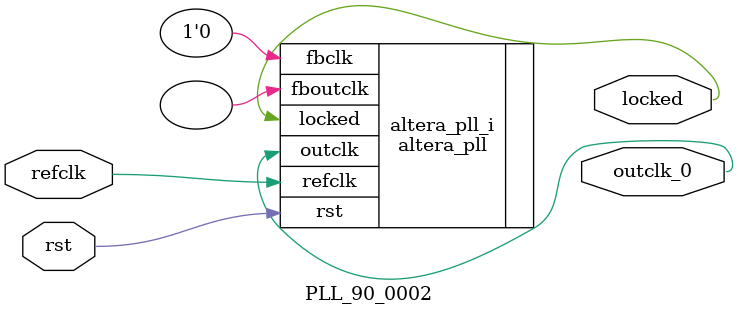
<source format=v>
`timescale 1ns/10ps
module  PLL_90_0002(

	// interface 'refclk'
	input wire refclk,

	// interface 'reset'
	input wire rst,

	// interface 'outclk0'
	output wire outclk_0,

	// interface 'locked'
	output wire locked
);

	altera_pll #(
		.fractional_vco_multiplier("false"),
		.reference_clock_frequency("50.0 MHz"),
		.operation_mode("direct"),
		.number_of_clocks(1),
		.output_clock_frequency0("90.000000 MHz"),
		.phase_shift0("0 ps"),
		.duty_cycle0(50),
		.output_clock_frequency1("0 MHz"),
		.phase_shift1("0 ps"),
		.duty_cycle1(50),
		.output_clock_frequency2("0 MHz"),
		.phase_shift2("0 ps"),
		.duty_cycle2(50),
		.output_clock_frequency3("0 MHz"),
		.phase_shift3("0 ps"),
		.duty_cycle3(50),
		.output_clock_frequency4("0 MHz"),
		.phase_shift4("0 ps"),
		.duty_cycle4(50),
		.output_clock_frequency5("0 MHz"),
		.phase_shift5("0 ps"),
		.duty_cycle5(50),
		.output_clock_frequency6("0 MHz"),
		.phase_shift6("0 ps"),
		.duty_cycle6(50),
		.output_clock_frequency7("0 MHz"),
		.phase_shift7("0 ps"),
		.duty_cycle7(50),
		.output_clock_frequency8("0 MHz"),
		.phase_shift8("0 ps"),
		.duty_cycle8(50),
		.output_clock_frequency9("0 MHz"),
		.phase_shift9("0 ps"),
		.duty_cycle9(50),
		.output_clock_frequency10("0 MHz"),
		.phase_shift10("0 ps"),
		.duty_cycle10(50),
		.output_clock_frequency11("0 MHz"),
		.phase_shift11("0 ps"),
		.duty_cycle11(50),
		.output_clock_frequency12("0 MHz"),
		.phase_shift12("0 ps"),
		.duty_cycle12(50),
		.output_clock_frequency13("0 MHz"),
		.phase_shift13("0 ps"),
		.duty_cycle13(50),
		.output_clock_frequency14("0 MHz"),
		.phase_shift14("0 ps"),
		.duty_cycle14(50),
		.output_clock_frequency15("0 MHz"),
		.phase_shift15("0 ps"),
		.duty_cycle15(50),
		.output_clock_frequency16("0 MHz"),
		.phase_shift16("0 ps"),
		.duty_cycle16(50),
		.output_clock_frequency17("0 MHz"),
		.phase_shift17("0 ps"),
		.duty_cycle17(50),
		.pll_type("General"),
		.pll_subtype("General")
	) altera_pll_i (
		.rst	(rst),
		.outclk	({outclk_0}),
		.locked	(locked),
		.fboutclk	( ),
		.fbclk	(1'b0),
		.refclk	(refclk)
	);
endmodule


</source>
